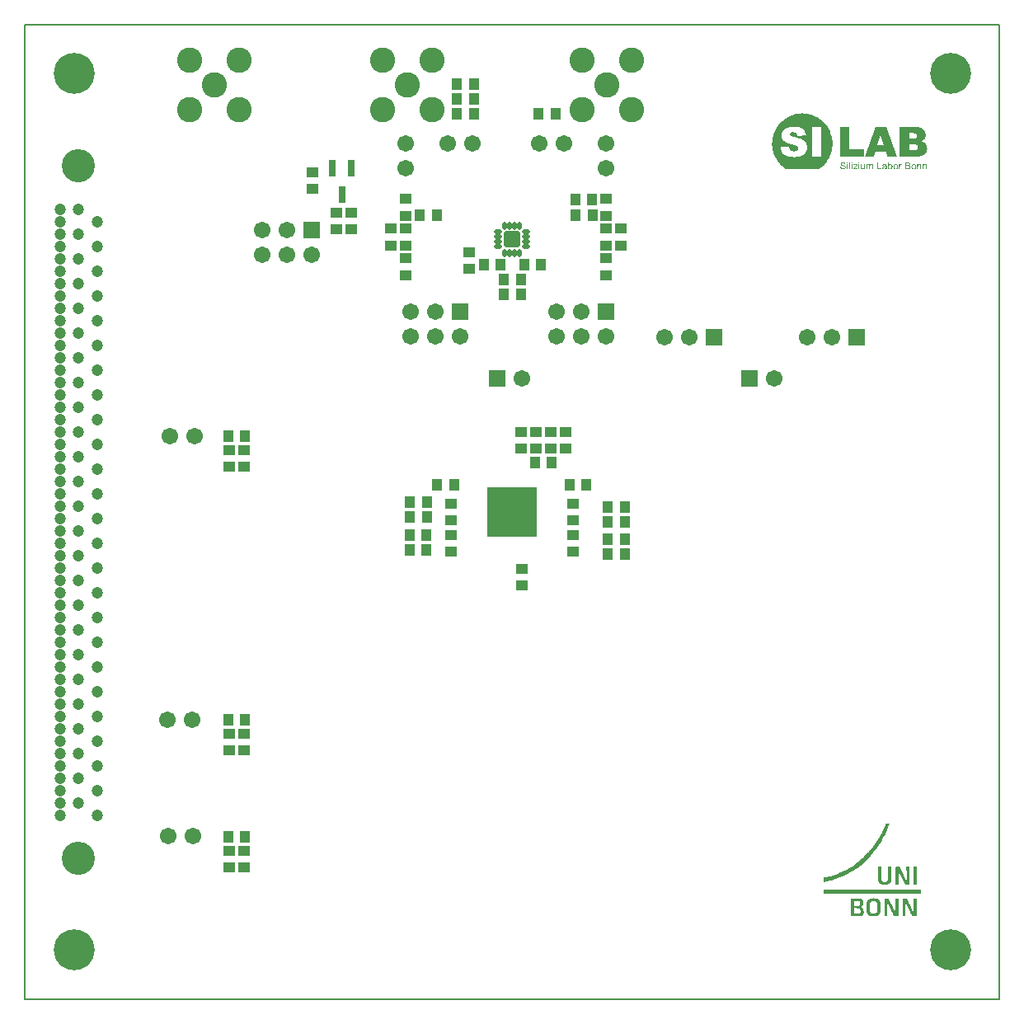
<source format=gts>
G04*
G04 #@! TF.GenerationSoftware,Altium Limited,Altium Designer,21.7.2 (23)*
G04*
G04 Layer_Color=8388736*
%FSLAX44Y44*%
%MOMM*%
G71*
G04*
G04 #@! TF.SameCoordinates,11932732-5254-49CD-BAFF-0E93D504D006*
G04*
G04*
G04 #@! TF.FilePolarity,Negative*
G04*
G01*
G75*
%ADD14C,0.1500*%
%ADD16R,1.1032X1.2032*%
%ADD17R,1.2032X1.1032*%
%ADD18R,5.1000X5.1000*%
%ADD19R,0.3532X1.2032*%
%ADD20R,1.2032X0.3532*%
%ADD21R,0.7532X1.6532*%
G04:AMPARAMS|DCode=22|XSize=0.4432mm|YSize=0.8032mm|CornerRadius=0.152mm|HoleSize=0mm|Usage=FLASHONLY|Rotation=90.000|XOffset=0mm|YOffset=0mm|HoleType=Round|Shape=RoundedRectangle|*
%AMROUNDEDRECTD22*
21,1,0.4432,0.4992,0,0,90.0*
21,1,0.1392,0.8032,0,0,90.0*
1,1,0.3040,0.2496,0.0696*
1,1,0.3040,0.2496,-0.0696*
1,1,0.3040,-0.2496,-0.0696*
1,1,0.3040,-0.2496,0.0696*
%
%ADD22ROUNDEDRECTD22*%
G04:AMPARAMS|DCode=23|XSize=0.4432mm|YSize=0.8032mm|CornerRadius=0.152mm|HoleSize=0mm|Usage=FLASHONLY|Rotation=0.000|XOffset=0mm|YOffset=0mm|HoleType=Round|Shape=RoundedRectangle|*
%AMROUNDEDRECTD23*
21,1,0.4432,0.4992,0,0,0.0*
21,1,0.1392,0.8032,0,0,0.0*
1,1,0.3040,0.0696,-0.2496*
1,1,0.3040,-0.0696,-0.2496*
1,1,0.3040,-0.0696,0.2496*
1,1,0.3040,0.0696,0.2496*
%
%ADD23ROUNDEDRECTD23*%
G04:AMPARAMS|DCode=24|XSize=1.6532mm|YSize=1.6532mm|CornerRadius=0.1524mm|HoleSize=0mm|Usage=FLASHONLY|Rotation=0.000|XOffset=0mm|YOffset=0mm|HoleType=Round|Shape=RoundedRectangle|*
%AMROUNDEDRECTD24*
21,1,1.6532,1.3485,0,0,0.0*
21,1,1.3485,1.6532,0,0,0.0*
1,1,0.3047,0.6743,-0.6743*
1,1,0.3047,-0.6743,-0.6743*
1,1,0.3047,-0.6743,0.6743*
1,1,0.3047,0.6743,0.6743*
%
%ADD24ROUNDEDRECTD24*%
%ADD25C,2.6032*%
%ADD26C,1.7032*%
%ADD27R,1.7032X1.7032*%
%ADD28C,3.4032*%
%ADD29C,1.2032*%
%ADD30C,4.2032*%
%ADD31C,0.7032*%
G36*
X908251Y126966D02*
Y118259D01*
X907955Y117921D01*
X907786Y117752D01*
X907659Y117667D01*
X907490Y117625D01*
X907279D01*
X907067Y117583D01*
X905208D01*
X904743Y117625D01*
X904362Y117667D01*
X904066Y117709D01*
X903897Y117752D01*
X903770Y117794D01*
X903686Y117836D01*
X903644Y117921D01*
X903517Y118132D01*
X903348Y118470D01*
X903136Y118893D01*
X902925Y119358D01*
X902629Y119865D01*
X902122Y121006D01*
X901573Y122147D01*
X901319Y122654D01*
X901108Y123119D01*
X900896Y123500D01*
X900770Y123796D01*
X900685Y123965D01*
X900643Y124049D01*
X900136Y125148D01*
X899671Y126120D01*
X899290Y127008D01*
X898910Y127811D01*
X898614Y128529D01*
X898318Y129121D01*
X898065Y129670D01*
X897853Y130135D01*
X897684Y130516D01*
X897557Y130854D01*
X897431Y131108D01*
X897346Y131319D01*
X897304Y131488D01*
X897262Y131572D01*
X897219Y131657D01*
X897135Y131868D01*
X897050Y132037D01*
X897008Y132164D01*
X896966Y132249D01*
X896881Y132333D01*
Y132249D01*
X896839Y132037D01*
Y131657D01*
Y131192D01*
Y130600D01*
Y130009D01*
Y129332D01*
Y128656D01*
Y127938D01*
Y127261D01*
Y126670D01*
Y126078D01*
Y125613D01*
Y125275D01*
Y125021D01*
Y124979D01*
Y124937D01*
X896881Y117583D01*
X893711D01*
Y126332D01*
Y127473D01*
Y128487D01*
Y129417D01*
Y130220D01*
Y130896D01*
Y131530D01*
Y132080D01*
Y132502D01*
Y132883D01*
Y133179D01*
Y133432D01*
Y133601D01*
Y133728D01*
Y133855D01*
Y133897D01*
X893754Y134320D01*
X893796Y134658D01*
X893838Y134911D01*
X893880Y135080D01*
X893923Y135250D01*
X893965Y135334D01*
X894007Y135376D01*
X894176Y135461D01*
X894472Y135545D01*
X894810Y135588D01*
X895191D01*
X895529Y135630D01*
X897473D01*
X897600Y135588D01*
X897769D01*
X897980Y135503D01*
X898149Y135419D01*
X898276Y135292D01*
X898318Y135250D01*
X898403Y135165D01*
X898487Y134996D01*
X898614Y134742D01*
X898783Y134446D01*
X898952Y134108D01*
X899121Y133770D01*
X899502Y132967D01*
X899840Y132206D01*
X900009Y131868D01*
X900178Y131530D01*
X900305Y131277D01*
X900389Y131065D01*
X900474Y130938D01*
Y130896D01*
X901192Y129375D01*
X901869Y127853D01*
X902503Y126458D01*
X902798Y125824D01*
X903094Y125190D01*
X903348Y124641D01*
X903559Y124134D01*
X903770Y123669D01*
X903940Y123288D01*
X904109Y122992D01*
X904193Y122781D01*
X904278Y122612D01*
Y122570D01*
X904489Y122105D01*
X904658Y121767D01*
X904785Y121513D01*
X904912Y121344D01*
X904954Y121217D01*
X904996Y121175D01*
X905038Y121133D01*
X905081Y121217D01*
Y121386D01*
Y121556D01*
Y121725D01*
Y121851D01*
Y121978D01*
Y122020D01*
Y122401D01*
X905123Y122823D01*
Y123246D01*
Y123669D01*
Y124049D01*
Y124345D01*
Y124514D01*
Y124599D01*
Y125233D01*
Y125867D01*
Y126501D01*
Y127092D01*
Y127599D01*
Y127980D01*
Y128149D01*
Y128276D01*
Y128318D01*
Y128360D01*
X905081Y135630D01*
X908251D01*
Y126966D01*
D02*
G37*
G36*
X889738Y128994D02*
Y128064D01*
Y127219D01*
X889696Y126458D01*
Y125782D01*
Y125190D01*
X889654Y124683D01*
Y124218D01*
Y123795D01*
X889612Y123500D01*
Y123204D01*
Y122992D01*
Y122823D01*
X889569Y122697D01*
Y122612D01*
Y122528D01*
X889442Y121640D01*
X889358Y121217D01*
X889231Y120879D01*
X889146Y120583D01*
X889062Y120372D01*
X889020Y120203D01*
X888978Y120161D01*
X888682Y119654D01*
X888344Y119189D01*
X888005Y118808D01*
X887667Y118512D01*
X887371Y118259D01*
X887118Y118090D01*
X886949Y118005D01*
X886864Y117963D01*
X886315Y117752D01*
X885639Y117583D01*
X885005Y117456D01*
X884370Y117371D01*
X883779Y117329D01*
X883314Y117287D01*
X882891D01*
X881835Y117329D01*
X880947Y117413D01*
X880186Y117583D01*
X879552Y117752D01*
X879045Y117921D01*
X878707Y118090D01*
X878496Y118174D01*
X878411Y118216D01*
X877904Y118639D01*
X877439Y119104D01*
X877101Y119611D01*
X876763Y120161D01*
X876551Y120626D01*
X876382Y121006D01*
X876298Y121302D01*
X876255Y121344D01*
Y121386D01*
X876213Y121598D01*
X876171Y121936D01*
X876129Y122359D01*
X876087Y122866D01*
Y123457D01*
X876044Y124091D01*
X876002Y125444D01*
Y126078D01*
Y126712D01*
X875960Y127304D01*
Y127853D01*
Y128276D01*
Y128614D01*
Y128825D01*
Y128910D01*
X875917Y135630D01*
X879214D01*
X879299Y129037D01*
Y128233D01*
Y127515D01*
Y126839D01*
Y126247D01*
Y125740D01*
Y125275D01*
Y124894D01*
X879341Y124514D01*
Y124218D01*
Y123965D01*
Y123795D01*
Y123626D01*
Y123415D01*
Y123373D01*
X879383Y122992D01*
Y122654D01*
X879425Y122401D01*
X879468Y122189D01*
X879510Y122020D01*
X879552Y121936D01*
X879594Y121851D01*
X879764Y121513D01*
X879975Y121217D01*
X880229Y120964D01*
X880524Y120752D01*
X881116Y120457D01*
X881708Y120245D01*
X882257Y120118D01*
X882764Y120076D01*
X883187D01*
X883652Y120118D01*
X884032Y120203D01*
X884413Y120288D01*
X884666Y120414D01*
X884878Y120499D01*
X885047Y120583D01*
X885131Y120668D01*
X885174D01*
X885427Y120879D01*
X885639Y121133D01*
X885934Y121640D01*
X886061Y121851D01*
X886146Y122020D01*
X886188Y122147D01*
Y122189D01*
X886230Y122359D01*
X886273Y122654D01*
Y123035D01*
X886315Y123500D01*
X886357Y124049D01*
Y124641D01*
X886399Y125909D01*
Y126543D01*
Y127135D01*
X886441Y127684D01*
Y128191D01*
Y128614D01*
Y128910D01*
Y129121D01*
Y129206D01*
X886484Y135630D01*
X889823D01*
X889738Y128994D01*
D02*
G37*
G36*
X915647Y126585D02*
Y117583D01*
X912350D01*
Y126585D01*
Y135630D01*
X915647D01*
Y126585D01*
D02*
G37*
G36*
X887329Y177980D02*
X886399Y175698D01*
X885385Y173458D01*
X884370Y171260D01*
X883272Y169146D01*
X882173Y167118D01*
X881116Y165174D01*
X880017Y163356D01*
X879003Y161665D01*
X878031Y160102D01*
X877566Y159383D01*
X877143Y158707D01*
X876720Y158073D01*
X876340Y157481D01*
X875960Y156974D01*
X875621Y156467D01*
X875326Y156044D01*
X875072Y155622D01*
X874818Y155326D01*
X874649Y155030D01*
X874480Y154818D01*
X874354Y154649D01*
X874311Y154565D01*
X874269Y154523D01*
X872705Y152452D01*
X871141Y150507D01*
X869535Y148605D01*
X867929Y146830D01*
X866408Y145182D01*
X864886Y143618D01*
X863449Y142181D01*
X862054Y140871D01*
X860786Y139687D01*
X859645Y138631D01*
X858631Y137743D01*
X857743Y136982D01*
X857363Y136644D01*
X857025Y136391D01*
X856729Y136137D01*
X856517Y135926D01*
X856306Y135799D01*
X856179Y135672D01*
X856095Y135630D01*
X856053Y135588D01*
X854615Y134489D01*
X853178Y133474D01*
X851699Y132460D01*
X850220Y131530D01*
X848741Y130643D01*
X847304Y129797D01*
X845824Y128994D01*
X844387Y128233D01*
X842908Y127515D01*
X841513Y126839D01*
X838724Y125655D01*
X836061Y124556D01*
X834751Y124091D01*
X833525Y123669D01*
X832342Y123246D01*
X831200Y122866D01*
X830101Y122528D01*
X829045Y122232D01*
X828073Y121936D01*
X827185Y121725D01*
X826340Y121471D01*
X825537Y121302D01*
X824861Y121133D01*
X824227Y121006D01*
X823719Y120879D01*
X823254Y120795D01*
X822916Y120710D01*
X822663Y120668D01*
X822494Y120626D01*
X822451D01*
X820042Y120245D01*
Y116357D01*
X820000Y112553D01*
X919831Y112553D01*
Y108073D01*
X820000Y108073D01*
Y124810D01*
X820634D01*
X821057Y124852D01*
X821479Y124937D01*
X821986Y125021D01*
X823085Y125233D01*
X824227Y125486D01*
X824776Y125571D01*
X825325Y125697D01*
X825790Y125824D01*
X826213Y125909D01*
X826551Y125993D01*
X826847Y126078D01*
X827016Y126120D01*
X827058D01*
X829679Y126839D01*
X832215Y127642D01*
X834666Y128572D01*
X837075Y129586D01*
X839358Y130643D01*
X841555Y131699D01*
X843584Y132798D01*
X845486Y133855D01*
X846374Y134404D01*
X847219Y134911D01*
X847980Y135376D01*
X848741Y135884D01*
X849459Y136306D01*
X850093Y136729D01*
X850685Y137151D01*
X851234Y137532D01*
X851741Y137870D01*
X852164Y138166D01*
X852544Y138419D01*
X852840Y138631D01*
X853094Y138800D01*
X853263Y138927D01*
X853348Y139011D01*
X853390Y139053D01*
X854658Y140068D01*
X855926Y141124D01*
X858335Y143280D01*
X859518Y144379D01*
X860617Y145435D01*
X861674Y146492D01*
X862688Y147507D01*
X863576Y148436D01*
X864379Y149282D01*
X865097Y150085D01*
X865731Y150719D01*
X866196Y151268D01*
X866577Y151691D01*
X866788Y151944D01*
X866873Y151987D01*
Y152029D01*
X868098Y153466D01*
X869282Y154945D01*
X870423Y156340D01*
X871479Y157735D01*
X872452Y159087D01*
X873382Y160355D01*
X874227Y161581D01*
X875030Y162722D01*
X875706Y163736D01*
X876298Y164666D01*
X876847Y165512D01*
X877270Y166230D01*
X877608Y166780D01*
X877862Y167202D01*
X877946Y167329D01*
X878031Y167456D01*
X878073Y167540D01*
X878622Y168512D01*
X879172Y169611D01*
X879721Y170668D01*
X880229Y171725D01*
X880482Y172190D01*
X880693Y172655D01*
X880905Y173035D01*
X881031Y173373D01*
X881201Y173669D01*
X881285Y173880D01*
X881370Y174007D01*
Y174049D01*
X881708Y174768D01*
X882004Y175444D01*
X882299Y176078D01*
X882553Y176628D01*
X882764Y177177D01*
X882976Y177642D01*
X883145Y178022D01*
X883272Y178403D01*
X883398Y178741D01*
X883525Y178994D01*
X883610Y179206D01*
X883652Y179417D01*
X883736Y179544D01*
Y179628D01*
X883779Y179713D01*
X883906Y180009D01*
X888090D01*
X887329Y177980D01*
D02*
G37*
G36*
X919831Y100000D02*
X919831Y180009D01*
X919831D01*
Y100000D01*
D02*
G37*
G36*
X896881Y94294D02*
Y85545D01*
X896501Y85249D01*
X896289Y85165D01*
X896036Y85080D01*
X895698Y85038D01*
X895360Y84996D01*
X895022Y84953D01*
X894049D01*
X893669Y84996D01*
X893373D01*
X893120Y85038D01*
X892908D01*
X892781Y85080D01*
X892697D01*
X892359Y85207D01*
X892147Y85376D01*
X892021Y85503D01*
X891978Y85545D01*
X891894Y85672D01*
X891767Y85926D01*
X891598Y86306D01*
X891387Y86729D01*
X891175Y87236D01*
X890879Y87828D01*
X890330Y89053D01*
X889781Y90237D01*
X889527Y90786D01*
X889316Y91251D01*
X889104Y91674D01*
X888978Y92012D01*
X888893Y92181D01*
X888851Y92265D01*
X888344Y93407D01*
X887879Y94379D01*
X887498Y95266D01*
X887160Y95985D01*
X886864Y96661D01*
X886611Y97211D01*
X886399Y97675D01*
X886230Y98056D01*
X886103Y98352D01*
X886019Y98605D01*
X885934Y98774D01*
X885892Y98901D01*
X885850Y98986D01*
X885808Y99028D01*
Y99070D01*
X885723Y99282D01*
X885639Y99451D01*
X885596Y99577D01*
X885512Y99662D01*
X885469Y99746D01*
X885427D01*
Y99662D01*
X885385Y99408D01*
Y99070D01*
Y98605D01*
Y98013D01*
Y97380D01*
Y96703D01*
Y96027D01*
Y95351D01*
X885427Y94675D01*
Y94041D01*
Y93491D01*
Y92984D01*
Y92646D01*
Y92392D01*
Y92350D01*
Y92308D01*
X885469Y84953D01*
X882257D01*
Y93702D01*
Y94844D01*
Y95858D01*
Y96788D01*
Y97591D01*
Y98267D01*
Y98901D01*
Y99451D01*
X882299Y99873D01*
Y100254D01*
Y100549D01*
Y100803D01*
Y100972D01*
Y101099D01*
Y101226D01*
Y101268D01*
X882342Y101691D01*
X882384Y102029D01*
X882426Y102282D01*
X882469Y102451D01*
X882511Y102578D01*
Y102663D01*
X882553Y102705D01*
X882722Y102789D01*
X883018Y102874D01*
X883356Y102916D01*
X883736D01*
X884117Y102959D01*
X886061D01*
X886188Y102916D01*
X886357D01*
X886568Y102874D01*
X886737Y102789D01*
X886822Y102705D01*
X886864Y102663D01*
X886907Y102578D01*
X887033Y102409D01*
X887160Y102156D01*
X887329Y101860D01*
X887498Y101479D01*
X887710Y101057D01*
X888132Y100211D01*
X888555Y99324D01*
X888724Y98943D01*
X888893Y98563D01*
X889020Y98267D01*
X889146Y98056D01*
X889189Y97887D01*
X889231Y97844D01*
X890034Y96154D01*
X890753Y94590D01*
X891091Y93871D01*
X891429Y93153D01*
X891725Y92519D01*
X891978Y91927D01*
X892232Y91420D01*
X892443Y90913D01*
X892612Y90533D01*
X892781Y90152D01*
X892908Y89899D01*
X892993Y89687D01*
X893077Y89560D01*
Y89518D01*
X893246Y89180D01*
X893331Y88969D01*
X893458Y88757D01*
X893542Y88631D01*
X893584Y88588D01*
X893627Y88546D01*
X893669Y88504D01*
Y88546D01*
Y88631D01*
Y88800D01*
Y88969D01*
Y89138D01*
Y89265D01*
Y89391D01*
Y89434D01*
Y89814D01*
X893711Y90237D01*
Y90659D01*
Y91082D01*
Y91462D01*
Y91758D01*
Y91927D01*
Y92012D01*
Y92646D01*
Y93280D01*
Y93914D01*
Y94506D01*
Y95013D01*
Y95393D01*
Y95562D01*
Y95689D01*
Y95731D01*
Y95773D01*
Y102959D01*
X896881D01*
Y94294D01*
D02*
G37*
G36*
X915647Y94379D02*
Y85714D01*
X915267Y85292D01*
X915055Y85165D01*
X914886Y85080D01*
X914760Y85038D01*
X914717D01*
X914548Y84996D01*
X914337D01*
X913787Y84953D01*
X912350D01*
X912097Y84996D01*
X911716D01*
X911632Y85038D01*
X911547D01*
X911294Y85122D01*
X911125Y85207D01*
X910998Y85292D01*
X910956Y85334D01*
X910871Y85461D01*
X910744Y85672D01*
X910575Y86052D01*
X910322Y86475D01*
X910068Y86982D01*
X909772Y87574D01*
X909180Y88800D01*
X908589Y90025D01*
X908335Y90575D01*
X908124Y91082D01*
X907913Y91505D01*
X907743Y91800D01*
X907659Y92012D01*
X907617Y92096D01*
X907067Y93237D01*
X906602Y94294D01*
X906180Y95182D01*
X905841Y95985D01*
X905546Y96661D01*
X905292Y97253D01*
X905081Y97760D01*
X904912Y98183D01*
X904743Y98521D01*
X904658Y98774D01*
X904574Y98986D01*
X904531Y99113D01*
X904489Y99239D01*
X904447Y99282D01*
Y99324D01*
X904362Y99535D01*
X904320Y99620D01*
X904278Y99662D01*
X904235Y99577D01*
Y99366D01*
X904193Y99028D01*
Y98563D01*
X904151Y98013D01*
Y97380D01*
Y96703D01*
Y96027D01*
X904109Y95309D01*
Y94675D01*
Y94041D01*
Y93491D01*
Y92984D01*
Y92646D01*
Y92392D01*
Y92350D01*
Y92308D01*
Y84953D01*
X900896D01*
Y93660D01*
Y94801D01*
Y95816D01*
Y96703D01*
Y97506D01*
Y98225D01*
Y98817D01*
Y99324D01*
X900939Y99789D01*
Y100127D01*
Y100465D01*
Y100676D01*
Y100845D01*
Y101014D01*
Y101099D01*
Y101141D01*
X900981Y101564D01*
X901023Y101860D01*
X901065Y102113D01*
X901108Y102325D01*
X901150Y102451D01*
X901192Y102536D01*
X901235Y102578D01*
X901404Y102747D01*
X901530Y102874D01*
X901657Y102916D01*
X901869D01*
X902080Y102959D01*
X904700D01*
X904827Y102916D01*
X904996D01*
X905250Y102874D01*
X905461Y102790D01*
X905588Y102705D01*
X905630Y102663D01*
X905715Y102536D01*
X905884Y102282D01*
X906053Y101902D01*
X906306Y101437D01*
X906560Y100888D01*
X906856Y100338D01*
X907448Y99070D01*
X907997Y97844D01*
X908251Y97253D01*
X908504Y96788D01*
X908673Y96323D01*
X908842Y96027D01*
X908927Y95816D01*
X908969Y95731D01*
X909519Y94548D01*
X909984Y93533D01*
X910364Y92646D01*
X910702Y91843D01*
X910998Y91166D01*
X911251Y90617D01*
X911463Y90152D01*
X911632Y89772D01*
X911759Y89476D01*
X911885Y89265D01*
X911928Y89053D01*
X912012Y88969D01*
Y88884D01*
X912055Y88842D01*
Y88800D01*
X912139Y88588D01*
X912266Y88504D01*
X912308Y88462D01*
X912350D01*
Y88504D01*
X912393Y88546D01*
Y88757D01*
X912435Y89138D01*
Y89603D01*
Y90152D01*
X912477Y90786D01*
Y91420D01*
Y92139D01*
Y92815D01*
Y93449D01*
Y94083D01*
Y94632D01*
Y95097D01*
Y95478D01*
Y95689D01*
Y95773D01*
Y102959D01*
X915647D01*
Y94379D01*
D02*
G37*
G36*
X853686Y103170D02*
X854827D01*
X855292Y103128D01*
X856010D01*
X856602Y103085D01*
X857067Y103043D01*
X857405Y103001D01*
X857616Y102959D01*
X857743Y102916D01*
X857785D01*
X858377Y102705D01*
X858884Y102494D01*
X859307Y102198D01*
X859603Y101902D01*
X859856Y101648D01*
X860025Y101437D01*
X860110Y101268D01*
X860152Y101226D01*
X860321Y100888D01*
X860406Y100592D01*
X860448Y100380D01*
Y100296D01*
X860490Y100127D01*
Y99873D01*
X860533Y99282D01*
Y99028D01*
Y98774D01*
Y98605D01*
Y98563D01*
Y98098D01*
Y97718D01*
X860490Y97380D01*
Y97168D01*
Y96999D01*
X860448Y96872D01*
Y96788D01*
X860364Y96492D01*
X860279Y96238D01*
X860152Y96027D01*
X860110Y95985D01*
Y95942D01*
X859856Y95562D01*
X859518Y95224D01*
X859222Y95013D01*
X858927Y94844D01*
X858673Y94717D01*
X858462Y94632D01*
X858293Y94590D01*
X858250D01*
X858124Y94548D01*
X858039Y94506D01*
X857954Y94463D01*
X857828Y94421D01*
X857785D01*
Y94379D01*
X857912Y94294D01*
X858124Y94252D01*
X858293Y94210D01*
X858377Y94167D01*
X858800Y94041D01*
X859138Y93914D01*
X859434Y93745D01*
X859476Y93702D01*
X859518D01*
X859814Y93491D01*
X860068Y93195D01*
X860490Y92604D01*
X860786Y91885D01*
X860998Y91209D01*
X861124Y90575D01*
X861167Y90279D01*
Y90025D01*
X861209Y89814D01*
Y89645D01*
Y89560D01*
Y89518D01*
X861167Y88673D01*
X861040Y87954D01*
X860871Y87363D01*
X860659Y86855D01*
X860448Y86517D01*
X860279Y86264D01*
X860152Y86095D01*
X860110Y86052D01*
X859814Y85799D01*
X859518Y85545D01*
X859222Y85376D01*
X858969Y85249D01*
X858758Y85165D01*
X858588Y85122D01*
X858462Y85080D01*
X858419D01*
X858250Y85038D01*
X857997D01*
X857447Y84996D01*
X856771Y84953D01*
X856095Y84911D01*
X855419D01*
X855123Y84869D01*
X849966D01*
X849628Y84911D01*
X849375D01*
X848064Y84996D01*
Y94041D01*
Y94844D01*
Y95604D01*
Y96323D01*
Y96999D01*
Y97591D01*
Y98183D01*
Y98690D01*
Y99197D01*
Y100042D01*
Y100803D01*
Y101353D01*
Y101860D01*
Y102198D01*
Y102494D01*
Y102705D01*
Y102832D01*
Y102916D01*
Y102959D01*
X848149Y103001D01*
X848360D01*
X848614Y103043D01*
X848910Y103085D01*
X849248Y103128D01*
X849501D01*
X849670Y103170D01*
X849755D01*
X850516Y103212D01*
X853432D01*
X853686Y103170D01*
D02*
G37*
G36*
X872705Y103297D02*
X873255Y103254D01*
X873677Y103170D01*
X873804D01*
X873931Y103128D01*
X874015D01*
X874649Y102959D01*
X875199Y102747D01*
X875706Y102494D01*
X876087Y102240D01*
X876425Y101987D01*
X876636Y101817D01*
X876805Y101648D01*
X876847Y101606D01*
X877228Y101141D01*
X877566Y100592D01*
X877819Y100042D01*
X878073Y99535D01*
X878242Y99070D01*
X878369Y98690D01*
X878411Y98436D01*
X878453Y98394D01*
Y98352D01*
X878496Y98140D01*
X878538Y97887D01*
X878622Y97253D01*
X878665Y96619D01*
Y95942D01*
X878707Y95309D01*
Y94801D01*
Y94590D01*
Y94421D01*
Y94336D01*
Y94294D01*
Y93745D01*
Y93237D01*
Y92392D01*
X878665Y91674D01*
X878622Y91082D01*
Y90659D01*
X878580Y90363D01*
X878538Y90152D01*
Y90110D01*
X878369Y89391D01*
X878200Y88715D01*
X877988Y88166D01*
X877777Y87701D01*
X877566Y87320D01*
X877397Y87067D01*
X877312Y86898D01*
X877270Y86855D01*
X876889Y86433D01*
X876509Y86095D01*
X876087Y85799D01*
X875706Y85545D01*
X875326Y85376D01*
X875030Y85249D01*
X874861Y85165D01*
X874776Y85122D01*
X874438Y85038D01*
X874015Y84953D01*
X873128Y84827D01*
X872705Y84784D01*
X872367Y84742D01*
X872071D01*
X871395Y84700D01*
X870296D01*
X869873Y84742D01*
X869535Y84784D01*
X869282D01*
X869113Y84827D01*
X869070D01*
X868352Y84996D01*
X867718Y85207D01*
X867168Y85461D01*
X866746Y85714D01*
X866365Y85926D01*
X866112Y86137D01*
X865943Y86264D01*
X865900Y86306D01*
X865520Y86771D01*
X865182Y87320D01*
X864886Y87870D01*
X864675Y88419D01*
X864506Y88926D01*
X864379Y89307D01*
X864337Y89476D01*
Y89603D01*
X864294Y89645D01*
Y89687D01*
X864252Y89941D01*
X864210Y90194D01*
X864125Y90871D01*
X864083Y91589D01*
X864041Y92308D01*
X863998Y92984D01*
Y93280D01*
Y93533D01*
Y93745D01*
Y93914D01*
Y93998D01*
Y94041D01*
Y94590D01*
Y95140D01*
Y95604D01*
X864041Y96027D01*
X864083Y96788D01*
X864125Y97380D01*
Y97844D01*
X864168Y98140D01*
X864210Y98352D01*
Y98394D01*
X864463Y99197D01*
X864717Y99916D01*
X865013Y100507D01*
X865309Y101014D01*
X865605Y101395D01*
X865816Y101648D01*
X865985Y101817D01*
X866027Y101860D01*
X866577Y102240D01*
X867168Y102578D01*
X867760Y102789D01*
X868352Y103001D01*
X868901Y103128D01*
X869324Y103212D01*
X869493D01*
X869620Y103254D01*
X869704D01*
X870550Y103339D01*
X872071D01*
X872705Y103297D01*
D02*
G37*
G36*
X820000Y79924D02*
X919831Y79924D01*
Y79924D01*
X820000D01*
Y100000D01*
Y79924D01*
D02*
G37*
G36*
X917356Y895096D02*
X918328Y894957D01*
X919370Y894679D01*
X920481Y894332D01*
X921523Y893776D01*
X922495Y893012D01*
X922564Y892943D01*
X922842Y892596D01*
X923259Y892179D01*
X923675Y891554D01*
X924092Y890790D01*
X924509Y889818D01*
X924786Y888846D01*
X924856Y887665D01*
Y887526D01*
Y887248D01*
X924786Y886693D01*
X924648Y886068D01*
X924439Y885374D01*
X924161Y884610D01*
X923814Y883846D01*
X923259Y883082D01*
X923189Y883012D01*
X922981Y882874D01*
X922703Y882596D01*
X922356Y882318D01*
X921870Y881971D01*
X921314Y881624D01*
X920689Y881346D01*
X919995Y881068D01*
X920134D01*
X920481Y880929D01*
X921037Y880721D01*
X921731Y880443D01*
X922495Y880096D01*
X923328Y879610D01*
X924092Y879054D01*
X924786Y878360D01*
X924856Y878290D01*
X924995Y878012D01*
X925273Y877526D01*
X925550Y876971D01*
X925828Y876276D01*
X926106Y875443D01*
X926245Y874540D01*
X926314Y873568D01*
Y873499D01*
Y873151D01*
X926245Y872735D01*
X926175Y872179D01*
X926036Y871485D01*
X925828Y870790D01*
X925550Y870026D01*
X925203Y869332D01*
X925134Y869262D01*
X924995Y869054D01*
X924786Y868707D01*
X924439Y868290D01*
X924023Y867804D01*
X923467Y867318D01*
X922911Y866763D01*
X922217Y866276D01*
X922148D01*
X922009Y866207D01*
X921662Y866068D01*
X921314Y865929D01*
X920759Y865790D01*
X920203Y865582D01*
X919439Y865443D01*
X918675Y865304D01*
X918537D01*
X918259Y865235D01*
X917773Y865165D01*
X917148D01*
X916453Y865096D01*
X915759Y865026D01*
X915064Y864957D01*
X898328D01*
Y895235D01*
X916523D01*
X917356Y895096D01*
D02*
G37*
G36*
X895273Y864957D02*
X885551D01*
X884023Y869887D01*
X873398D01*
X871940Y864957D01*
X862357D01*
X873676Y895235D01*
X883954D01*
X895273Y864957D01*
D02*
G37*
G36*
X846524Y872318D02*
X861107D01*
Y864957D01*
X837218Y864957D01*
Y895234D01*
X846524Y895235D01*
Y872318D01*
D02*
G37*
G36*
X856801Y858221D02*
X855829D01*
Y859193D01*
X856801D01*
Y858221D01*
D02*
G37*
G36*
X849440D02*
X848537D01*
Y859193D01*
X849440D01*
Y858221D01*
D02*
G37*
G36*
X844926D02*
X844024D01*
Y859193D01*
X844926D01*
Y858221D01*
D02*
G37*
G36*
X840829Y859263D02*
X841315Y859124D01*
X841385Y859054D01*
X841662Y858915D01*
X841940Y858638D01*
X842218Y858290D01*
X842287Y858221D01*
X842426Y858013D01*
X842496Y857665D01*
X842565Y857179D01*
X841732Y857110D01*
Y857179D01*
X841662Y857249D01*
X841593Y857527D01*
X841385Y857874D01*
X841107Y858152D01*
X841037Y858221D01*
X840829Y858360D01*
X840482Y858499D01*
X839926Y858568D01*
X839787D01*
X839440Y858499D01*
X839024Y858429D01*
X838607Y858221D01*
X838538Y858151D01*
X838468Y857943D01*
X838329Y857735D01*
X838260Y857457D01*
Y857388D01*
X838329Y857179D01*
X838399Y856971D01*
X838538Y856763D01*
X838607D01*
X838815Y856624D01*
X838954Y856554D01*
X839232Y856485D01*
X839510Y856346D01*
X839926Y856277D01*
X840135D01*
X840551Y856138D01*
X841107Y855999D01*
X841593Y855790D01*
X841662D01*
X841732Y855721D01*
X842010Y855443D01*
X842357Y855235D01*
X842426Y855165D01*
X842496Y855096D01*
X842565Y855027D01*
X842704Y854818D01*
X842774Y854471D01*
X842843Y854054D01*
Y853985D01*
X842774Y853777D01*
X842704Y853429D01*
X842496Y852943D01*
X842426Y852874D01*
X842218Y852665D01*
X841940Y852388D01*
X841524Y852179D01*
X841454Y852110D01*
X841107Y852040D01*
X840690Y851971D01*
X840065Y851902D01*
X839926D01*
X839510Y851971D01*
X838954Y852040D01*
X838468Y852179D01*
X838329Y852249D01*
X838051Y852388D01*
X837704Y852596D01*
X837426Y853013D01*
X837357Y853152D01*
X837218Y853429D01*
X837079Y853846D01*
X837010Y854402D01*
X837913D01*
Y854263D01*
X837982Y854054D01*
X838121Y853707D01*
X838260Y853499D01*
X838329Y853429D01*
X838468Y853290D01*
X838676Y853082D01*
X838954Y852943D01*
X839093D01*
X839301Y852874D01*
X839718Y852804D01*
X840065Y852735D01*
X840343D01*
X840621Y852804D01*
X841037Y852943D01*
X841107D01*
X841246Y853013D01*
X841454Y853152D01*
X841732Y853290D01*
X841801Y853360D01*
X841871Y853499D01*
X841940Y853707D01*
Y853985D01*
Y854054D01*
Y854193D01*
X841871Y854332D01*
X841732Y854540D01*
X841662Y854610D01*
X841524Y854679D01*
X841037Y855027D01*
X840899Y855096D01*
X840760D01*
X840482Y855165D01*
X840204Y855235D01*
X839787Y855304D01*
X839718D01*
X839649Y855374D01*
X839301Y855443D01*
X838815Y855582D01*
X838329Y855790D01*
X838260Y855860D01*
X838051Y855929D01*
X837774Y856207D01*
X837565Y856485D01*
Y856554D01*
X837496Y856693D01*
X837426Y856902D01*
X837357Y857318D01*
Y857457D01*
X837426Y857665D01*
X837496Y858082D01*
X837704Y858429D01*
X837774Y858499D01*
X837843Y858638D01*
X838121Y858846D01*
X838538Y859124D01*
X838607Y859193D01*
X838885Y859263D01*
X839301Y859332D01*
X840343Y859332D01*
X840829Y859263D01*
D02*
G37*
G36*
X924856Y857249D02*
X925064Y857179D01*
X925134D01*
X925273Y857040D01*
X925481Y856902D01*
X925759Y856693D01*
Y856624D01*
X925828Y856554D01*
X925967Y856138D01*
Y855999D01*
Y855721D01*
Y855582D01*
Y855235D01*
Y851971D01*
X925064D01*
Y855165D01*
Y855235D01*
Y855513D01*
Y855790D01*
X924995Y855999D01*
Y856068D01*
X924925Y856138D01*
X924717Y856485D01*
X924648D01*
X924439Y856554D01*
X924231Y856624D01*
X923953D01*
X923675Y856554D01*
X923398Y856485D01*
X923050Y856207D01*
X922981Y856138D01*
X922911Y855929D01*
X922773Y855513D01*
X922703Y855165D01*
Y854818D01*
Y851971D01*
X921800D01*
Y857249D01*
X922495D01*
Y856554D01*
X922564Y856624D01*
X922911Y856902D01*
X923467Y857179D01*
X923814Y857318D01*
X924578D01*
X924856Y857249D01*
D02*
G37*
G36*
X919231D02*
X919439Y857179D01*
X919509D01*
X919648Y857040D01*
X919856Y856902D01*
X919995Y856693D01*
X920064Y856624D01*
X920134Y856554D01*
X920342Y856138D01*
Y855999D01*
Y855721D01*
Y855582D01*
Y855235D01*
Y851971D01*
X919439D01*
Y855165D01*
Y855235D01*
Y855513D01*
Y855790D01*
X919370Y855999D01*
Y856068D01*
X919300Y856138D01*
X919023Y856485D01*
X918953D01*
X918745Y856554D01*
X918537Y856624D01*
X918328D01*
X918050Y856554D01*
X917773Y856485D01*
X917425Y856207D01*
X917356Y856138D01*
X917217Y855860D01*
X917009Y855443D01*
X916939Y854818D01*
Y851971D01*
X916037D01*
Y857249D01*
X916870D01*
Y856554D01*
X916939Y856624D01*
X917287Y856902D01*
X917773Y857179D01*
X918120Y857318D01*
X918884D01*
X919231Y857249D01*
D02*
G37*
G36*
X899995D02*
X900342Y857110D01*
X900064Y856207D01*
X899995Y856277D01*
X899856Y856346D01*
X899648Y856415D01*
X899370Y856485D01*
X899231D01*
X899023Y856415D01*
X898884Y856277D01*
X898814Y856207D01*
X898745Y856138D01*
X898676Y855929D01*
X898606Y855790D01*
X898537Y855721D01*
X898467Y855513D01*
X898398Y855165D01*
X898328Y854749D01*
Y851971D01*
X897426D01*
Y857249D01*
X898328D01*
Y856485D01*
X898398Y856554D01*
X898537Y856763D01*
X898676Y857040D01*
X898884Y857179D01*
X898953D01*
X899023Y857249D01*
X899439Y857318D01*
X899717D01*
X899995Y857249D01*
D02*
G37*
G36*
X869648D02*
X870065Y857179D01*
X870481Y856971D01*
X870551Y856902D01*
X870690Y856624D01*
X870829Y856138D01*
X870898Y855582D01*
Y851971D01*
X869926D01*
Y855304D01*
Y855374D01*
Y855652D01*
X869856Y855860D01*
X869787Y856068D01*
Y856138D01*
Y856207D01*
X869648Y856346D01*
X869509Y856485D01*
X869370Y856554D01*
X869231Y856624D01*
X868954D01*
X868676Y856554D01*
X868398Y856485D01*
X868051Y856207D01*
X867982Y856138D01*
X867912Y855929D01*
X867773Y855582D01*
X867704Y855027D01*
Y851971D01*
X866870D01*
Y855443D01*
Y855513D01*
Y855790D01*
X866732Y856068D01*
X866593Y856277D01*
Y856346D01*
X866454Y856485D01*
X866245Y856554D01*
X865898Y856624D01*
X865690D01*
X865412Y856554D01*
X865204Y856415D01*
X865134Y856346D01*
X864995Y856277D01*
X864857Y856068D01*
X864718Y855790D01*
Y855721D01*
X864648Y855443D01*
X864579Y855096D01*
Y854679D01*
Y851971D01*
X863676D01*
Y857249D01*
X864509D01*
Y856485D01*
X864579Y856554D01*
X864648Y856763D01*
X864857Y856971D01*
X865134Y857110D01*
X865204Y857179D01*
X865412Y857249D01*
X865759Y857318D01*
X866384D01*
X866732Y857249D01*
X867079Y857110D01*
X867148Y857040D01*
X867287Y856902D01*
X867426Y856763D01*
X867565Y856485D01*
Y856554D01*
X867634Y856624D01*
X867982Y856902D01*
X868468Y857179D01*
X868815Y857318D01*
X869370D01*
X869648Y857249D01*
D02*
G37*
G36*
X862357Y851971D02*
X861523D01*
Y852735D01*
X861384Y852596D01*
X861107Y852318D01*
X860551Y852040D01*
X860204Y851971D01*
X859857Y851902D01*
X859648D01*
X859370Y851971D01*
X858954Y852040D01*
X858884D01*
X858815Y852179D01*
X858607Y852318D01*
X858398Y852527D01*
X858329Y852596D01*
X858259Y852804D01*
X858190Y853013D01*
X858121Y853152D01*
Y853221D01*
Y853290D01*
X858051Y853568D01*
Y853985D01*
Y857249D01*
X858954D01*
Y854402D01*
Y854263D01*
Y853985D01*
Y853638D01*
X859023Y853429D01*
Y853360D01*
X859093Y853221D01*
X859162Y853082D01*
X859370Y852804D01*
X859440D01*
X859579Y852735D01*
X859995Y852665D01*
X860204D01*
X860482Y852735D01*
X860829Y852804D01*
X860898Y852874D01*
X860968Y853013D01*
X861245Y853429D01*
X861315Y853499D01*
X861384Y853777D01*
X861454Y854054D01*
Y854471D01*
Y857249D01*
X862357D01*
Y851971D01*
D02*
G37*
G36*
X799371Y909332D02*
X800274Y909262D01*
X801385Y909123D01*
X802705Y908915D01*
X804163Y908637D01*
X805691Y908290D01*
X807427Y907804D01*
X809163Y907179D01*
X810968Y906415D01*
X812843Y905512D01*
X814718Y904470D01*
X816593Y903290D01*
X818399Y901832D01*
X820135Y900234D01*
X820274Y900165D01*
X820552Y899818D01*
X820968Y899332D01*
X821593Y898637D01*
X822288Y897734D01*
X823052Y896693D01*
X823885Y895443D01*
X824718Y894054D01*
X825552Y892526D01*
X826385Y890860D01*
X827149Y889054D01*
X827843Y887110D01*
X828468Y885096D01*
X828885Y882943D01*
X829232Y880651D01*
X829302Y878290D01*
Y878221D01*
Y878082D01*
Y877874D01*
Y877526D01*
X829232Y877110D01*
Y876624D01*
X829163Y876068D01*
X829093Y875512D01*
X828885Y874054D01*
X828538Y872387D01*
X828121Y870582D01*
X827496Y868637D01*
X826732Y866554D01*
X825760Y864401D01*
X824579Y862179D01*
X823190Y860026D01*
X821524Y857874D01*
X820621Y856832D01*
X819649Y855790D01*
X818538Y854818D01*
X817427Y853846D01*
X816177Y852943D01*
X814857Y852040D01*
X781385D01*
X781316Y852179D01*
X781108Y852249D01*
X780830Y852457D01*
X780135Y853013D01*
X779233Y853777D01*
X778121Y854679D01*
X776871Y855860D01*
X775552Y857179D01*
X774233Y858776D01*
X772913Y860513D01*
X771594Y862457D01*
X770344Y864610D01*
X769302Y866971D01*
X768330Y869540D01*
X767635Y872249D01*
X767358Y873707D01*
X767149Y875165D01*
X767080Y876693D01*
X767011Y878290D01*
Y878360D01*
Y878429D01*
Y878846D01*
X767080Y879540D01*
X767149Y880443D01*
X767288Y881554D01*
X767497Y882804D01*
X767774Y884262D01*
X768122Y885860D01*
X768608Y887526D01*
X769233Y889262D01*
X769997Y891137D01*
X770830Y892943D01*
X771872Y894818D01*
X773122Y896693D01*
X774510Y898498D01*
X776108Y900234D01*
X776247Y900373D01*
X776524Y900651D01*
X777010Y901068D01*
X777705Y901693D01*
X778608Y902387D01*
X779649Y903151D01*
X780899Y903984D01*
X782288Y904818D01*
X783816Y905651D01*
X785483Y906484D01*
X787288Y907248D01*
X789232Y907943D01*
X791316Y908568D01*
X793469Y908984D01*
X795760Y909332D01*
X798121Y909401D01*
X798677D01*
X799371Y909332D01*
D02*
G37*
G36*
X907426Y859124D02*
X907842Y859054D01*
X907912Y858985D01*
X908120Y858846D01*
X908398Y858638D01*
X908676Y858290D01*
X908745Y858221D01*
X908814Y858013D01*
X908884Y857735D01*
Y857318D01*
Y857249D01*
Y857110D01*
X908814Y856832D01*
X908676Y856485D01*
X908606Y856415D01*
X908467Y856277D01*
X908189Y856068D01*
X907842Y855790D01*
X907981D01*
X908189Y855652D01*
X908537Y855443D01*
X908884Y855165D01*
X908953Y855096D01*
X909092Y854888D01*
X909231Y854540D01*
X909301Y854124D01*
Y854054D01*
Y853777D01*
X909162Y853429D01*
X909023Y853152D01*
X908953Y853082D01*
X908884Y852874D01*
X908676Y852665D01*
X908467Y852527D01*
X908398Y852457D01*
X908328Y852388D01*
X908120Y852249D01*
X907773Y852110D01*
X907703D01*
X907426Y852040D01*
X907009Y851971D01*
X903814D01*
Y859193D01*
X907009D01*
X907426Y859124D01*
D02*
G37*
G36*
X883606Y857249D02*
X883954Y857179D01*
X884023D01*
X884162Y857110D01*
X884579Y856763D01*
Y856693D01*
X884648Y856624D01*
X884787Y856207D01*
Y856138D01*
Y855860D01*
X884856Y855721D01*
Y855443D01*
Y854193D01*
Y854124D01*
Y853985D01*
Y853777D01*
Y853499D01*
X884926Y852943D01*
Y852735D01*
X884995Y852596D01*
Y852457D01*
X885065Y852249D01*
X885134Y851971D01*
X884231D01*
Y852040D01*
X884162Y852110D01*
X884092Y852388D01*
Y852665D01*
X883954Y852596D01*
X883676Y852388D01*
X883467Y852249D01*
X883120Y852040D01*
X883051D01*
X882773Y851971D01*
X882426Y851902D01*
X881940D01*
X881592Y851971D01*
X881176Y852040D01*
X880759Y852249D01*
X880690Y852318D01*
X880551Y852596D01*
X880342Y852943D01*
X880273Y853429D01*
Y853499D01*
Y853638D01*
X880342Y853846D01*
X880481Y854054D01*
Y854124D01*
X880620Y854193D01*
X880759Y854402D01*
X880967Y854610D01*
X881037Y854679D01*
X881315Y854818D01*
X881523Y854888D01*
X881592Y854957D01*
X881940D01*
X882009Y855027D01*
X882426D01*
X882565Y855096D01*
X882773D01*
X883051Y855165D01*
X883467Y855235D01*
X884023Y855304D01*
Y855374D01*
Y855443D01*
Y855513D01*
Y855582D01*
Y855652D01*
Y855721D01*
X883884Y855999D01*
X883745Y856277D01*
X883676Y856346D01*
X883467Y856485D01*
X883120Y856554D01*
X882704Y856624D01*
X882426D01*
X882079Y856554D01*
X881731Y856485D01*
X881662Y856415D01*
X881592Y856207D01*
X881315Y855652D01*
X880481Y855721D01*
Y855790D01*
X880551Y856068D01*
X880690Y856346D01*
X880829Y856624D01*
X880898Y856693D01*
X881037Y856832D01*
X881315Y857040D01*
X881662Y857179D01*
X881731D01*
X881940Y857249D01*
X882287Y857318D01*
X883259D01*
X883606Y857249D01*
D02*
G37*
G36*
X876037Y852804D02*
X879579D01*
Y851971D01*
X875065D01*
Y859193D01*
X876037D01*
Y852804D01*
D02*
G37*
G36*
X856801Y851971D02*
X855829D01*
Y857249D01*
X856801D01*
Y851971D01*
D02*
G37*
G36*
X854787Y856693D02*
X851940Y853290D01*
X851385Y852735D01*
X854926D01*
Y851971D01*
X850343D01*
Y852735D01*
X853607Y856554D01*
X850482D01*
Y857249D01*
X854787D01*
Y856693D01*
D02*
G37*
G36*
X849440Y851971D02*
X848537D01*
Y857249D01*
X849440D01*
Y851971D01*
D02*
G37*
G36*
X847079D02*
X846246D01*
Y859193D01*
X847079D01*
Y851971D01*
D02*
G37*
G36*
X844926D02*
X844024D01*
Y857249D01*
X844926D01*
Y851971D01*
D02*
G37*
G36*
X913259Y857249D02*
X913814Y857040D01*
X914370Y856624D01*
X914439Y856485D01*
X914717Y856138D01*
X914925Y855513D01*
X914995Y854679D01*
Y854610D01*
Y854540D01*
Y854124D01*
X914925Y853568D01*
X914787Y853082D01*
X914717Y853013D01*
X914509Y852735D01*
X914231Y852457D01*
X913884Y852179D01*
X913814Y852110D01*
X913537Y852040D01*
X913120Y851971D01*
X912634Y851902D01*
X912426D01*
X912217Y851971D01*
X911939D01*
X911314Y852179D01*
X910828Y852596D01*
X910689Y852735D01*
X910481Y853082D01*
X910273Y853707D01*
X910134Y854610D01*
Y854679D01*
Y854818D01*
X910203Y855096D01*
Y855374D01*
X910481Y856138D01*
X910620Y856485D01*
X910898Y856763D01*
X911037Y856832D01*
X911384Y857040D01*
X911870Y857249D01*
X912634Y857318D01*
X912842D01*
X913259Y857249D01*
D02*
G37*
G36*
X894648D02*
X895203Y857040D01*
X895759Y856624D01*
X895898Y856485D01*
X896106Y856138D01*
X896314Y855513D01*
X896453Y854679D01*
Y854540D01*
Y854193D01*
X896314Y853707D01*
X896176Y853082D01*
X896106Y853013D01*
X895967Y852735D01*
X895620Y852457D01*
X895273Y852179D01*
X895203Y852110D01*
X894926Y852040D01*
X894509Y851971D01*
X894023Y851902D01*
X893815D01*
X893398Y851971D01*
X892773Y852179D01*
X892217Y852596D01*
X892148Y852735D01*
X891940Y853082D01*
X891662Y853707D01*
X891592Y854124D01*
Y854610D01*
Y854679D01*
Y854818D01*
X891662Y855096D01*
Y855443D01*
X891940Y856138D01*
X892078Y856485D01*
X892356Y856763D01*
X892495Y856832D01*
X892773Y857040D01*
X893328Y857249D01*
X894023Y857318D01*
X894231D01*
X894648Y857249D01*
D02*
G37*
G36*
X887148Y856693D02*
X887217Y856763D01*
X887495Y857040D01*
X887981Y857249D01*
X888606Y857318D01*
X888953D01*
X889231Y857249D01*
X889509Y857179D01*
X889578Y857110D01*
X889787Y856971D01*
X889995Y856832D01*
X890203Y856624D01*
X890273Y856554D01*
X890412Y856346D01*
X890551Y856068D01*
X890620Y855790D01*
Y855721D01*
X890690Y855513D01*
X890759Y855165D01*
Y854679D01*
Y854610D01*
Y854471D01*
Y854193D01*
X890690Y853915D01*
X890481Y853221D01*
X890134Y852596D01*
X889995Y852457D01*
X889648Y852249D01*
X889162Y852040D01*
X888537Y851902D01*
X888398D01*
X887981Y851971D01*
X887495Y852249D01*
X887287Y852388D01*
X887078Y852665D01*
Y851971D01*
X886245D01*
Y859193D01*
X887148D01*
Y856693D01*
D02*
G37*
%LPC*%
G36*
X851319Y100549D02*
Y98056D01*
Y95520D01*
X853686Y95562D01*
X854362Y95604D01*
X854954D01*
X855419Y95647D01*
X855757Y95689D01*
X856010Y95731D01*
X856179D01*
X856264Y95773D01*
X856306D01*
X856517Y95858D01*
X856729Y95985D01*
X857025Y96238D01*
X857194Y96492D01*
X857236Y96534D01*
Y96576D01*
X857320Y96788D01*
X857405Y97041D01*
X857490Y97591D01*
X857532Y97802D01*
Y98013D01*
Y98140D01*
Y98183D01*
Y98563D01*
X857490Y98859D01*
X857447Y99112D01*
X857405Y99282D01*
X857320Y99451D01*
X857278Y99535D01*
X857236Y99620D01*
X856898Y99958D01*
X856602Y100169D01*
X856348Y100254D01*
X856306Y100296D01*
X856264D01*
X856010Y100338D01*
X855672Y100423D01*
X855249D01*
X854827Y100465D01*
X854446Y100507D01*
X853770D01*
X851319Y100549D01*
D02*
G37*
G36*
X853897Y93195D02*
X851319D01*
Y90321D01*
Y87405D01*
X853939Y87447D01*
X854700Y87489D01*
X855292Y87532D01*
X855799Y87574D01*
X856179Y87616D01*
X856433Y87658D01*
X856602D01*
X856687Y87701D01*
X856729D01*
X856940Y87785D01*
X857151Y87912D01*
X857447Y88208D01*
X857616Y88462D01*
X857659Y88546D01*
Y88588D01*
X857743Y88800D01*
X857828Y89095D01*
X857870Y89603D01*
X857912Y89856D01*
Y90068D01*
Y90194D01*
Y90237D01*
Y90617D01*
X857870Y90955D01*
X857828Y91209D01*
X857785Y91462D01*
X857701Y91631D01*
X857659Y91758D01*
X857616Y91800D01*
Y91843D01*
X857447Y92139D01*
X857236Y92350D01*
X857025Y92561D01*
X856813Y92688D01*
X856602Y92815D01*
X856475Y92899D01*
X856348Y92942D01*
X856306D01*
X855926Y93026D01*
X855419Y93111D01*
X854911Y93153D01*
X854362D01*
X853897Y93195D01*
D02*
G37*
G36*
X871479Y100507D02*
X871226D01*
X870634Y100465D01*
X870127Y100423D01*
X869958Y100380D01*
X869831D01*
X869747Y100338D01*
X869704D01*
X869239Y100127D01*
X868859Y99831D01*
X868521Y99493D01*
X868267Y99155D01*
X868098Y98859D01*
X867929Y98563D01*
X867887Y98394D01*
X867845Y98309D01*
X867760Y97971D01*
X867676Y97633D01*
X867549Y96830D01*
X867506Y95985D01*
X867464Y95182D01*
X867422Y94421D01*
Y94083D01*
Y93787D01*
Y93576D01*
Y93407D01*
Y93280D01*
Y93237D01*
X867464Y92604D01*
X867506Y92054D01*
X867549Y91547D01*
X867591Y91082D01*
X867676Y90659D01*
X867760Y90279D01*
X867802Y89941D01*
X867887Y89687D01*
X868056Y89222D01*
X868183Y88926D01*
X868267Y88715D01*
X868310Y88673D01*
X868690Y88292D01*
X869113Y87997D01*
X869620Y87828D01*
X870169Y87658D01*
X870634Y87574D01*
X871015Y87532D01*
X871395D01*
X871944Y87574D01*
X872452Y87616D01*
X872832Y87701D01*
X873170Y87828D01*
X873424Y87954D01*
X873635Y88039D01*
X873720Y88081D01*
X873762Y88123D01*
X874058Y88377D01*
X874311Y88673D01*
X874692Y89349D01*
X874861Y89645D01*
X874945Y89899D01*
X875030Y90110D01*
Y90152D01*
X875072Y90363D01*
X875114Y90575D01*
X875157Y91166D01*
X875199Y91800D01*
Y92477D01*
X875241Y93068D01*
Y93618D01*
Y93787D01*
Y93956D01*
Y94041D01*
Y94083D01*
Y94632D01*
Y95097D01*
X875199Y95942D01*
X875157Y96661D01*
X875072Y97211D01*
X875030Y97591D01*
X874945Y97887D01*
X874903Y98056D01*
Y98098D01*
X874734Y98563D01*
X874565Y98986D01*
X874354Y99324D01*
X874142Y99577D01*
X873973Y99746D01*
X873804Y99916D01*
X873720Y99958D01*
X873677Y100000D01*
X873339Y100169D01*
X872959Y100296D01*
X872156Y100465D01*
X871775D01*
X871479Y100507D01*
D02*
G37*
G36*
X912634Y889123D02*
X907773D01*
Y883290D01*
X912148D01*
X912564Y883360D01*
X913050Y883429D01*
X914023Y883637D01*
X914509Y883846D01*
X914856Y884124D01*
X914925D01*
X914995Y884262D01*
X915273Y884610D01*
X915412Y884887D01*
X915550Y885235D01*
X915689Y885721D01*
Y886207D01*
Y886276D01*
Y886415D01*
X915620Y886693D01*
Y886971D01*
X915342Y887665D01*
X915134Y888012D01*
X914856Y888290D01*
X914787Y888360D01*
X914717Y888429D01*
X914509Y888568D01*
X914162Y888707D01*
X913745Y888846D01*
X913259Y888985D01*
X912634Y889123D01*
D02*
G37*
G36*
X913259Y877596D02*
X907773D01*
Y871415D01*
X912912D01*
X913328Y871485D01*
X913814Y871554D01*
X914925Y871762D01*
X915481Y871971D01*
X915898Y872249D01*
X915967Y872318D01*
X916037Y872387D01*
X916175Y872596D01*
X916384Y872874D01*
X916592Y873221D01*
X916731Y873568D01*
X916800Y874054D01*
X916870Y874610D01*
Y874679D01*
Y874818D01*
X916800Y875096D01*
X916731Y875374D01*
X916523Y876068D01*
X916245Y876415D01*
X915967Y876762D01*
X915898Y876832D01*
X915759Y876901D01*
X915481Y877040D01*
X915064Y877179D01*
X914578Y877318D01*
X913953Y877457D01*
X913259Y877596D01*
D02*
G37*
G36*
X878676Y887318D02*
X875412Y876415D01*
X882079D01*
X878676Y887318D01*
D02*
G37*
G36*
X789580Y895721D02*
X788816D01*
X788399Y895651D01*
X787913D01*
X786871Y895582D01*
X785691Y895443D01*
X784441Y895165D01*
X783260Y894887D01*
X782149Y894471D01*
X782010Y894401D01*
X781733Y894262D01*
X781246Y893984D01*
X780621Y893637D01*
X779996Y893221D01*
X779302Y892665D01*
X778677Y892040D01*
X778121Y891276D01*
X778052Y891207D01*
X777913Y890929D01*
X777705Y890512D01*
X777427Y889957D01*
X777149Y889332D01*
X776941Y888568D01*
X776802Y887735D01*
X776733Y886832D01*
Y886762D01*
Y886693D01*
Y886485D01*
X776802Y886207D01*
X776871Y885582D01*
X777080Y884748D01*
X777358Y883846D01*
X777844Y882874D01*
X778469Y881901D01*
X779371Y881068D01*
X779510Y880999D01*
X779858Y880651D01*
X780205Y880512D01*
X780552Y880235D01*
X780969Y880026D01*
X781455Y879749D01*
X782010Y879401D01*
X782705Y879124D01*
X783399Y878846D01*
X784233Y878499D01*
X785066Y878221D01*
X786038Y877943D01*
X787080Y877665D01*
X788191Y877387D01*
X788260D01*
X788330Y877318D01*
X788538Y877249D01*
X788816Y877179D01*
X789441Y876971D01*
X790274Y876762D01*
X791038Y876485D01*
X791871Y876207D01*
X792496Y875929D01*
X792774Y875790D01*
X792982Y875651D01*
X793052Y875582D01*
X793121Y875512D01*
X793260Y875304D01*
X793469Y875026D01*
X793816Y874332D01*
X793885Y873915D01*
X793955Y873429D01*
Y873360D01*
Y873221D01*
X793885Y873012D01*
X793816Y872665D01*
X793677Y872387D01*
X793538Y871971D01*
X793260Y871624D01*
X792913Y871276D01*
X792844Y871207D01*
X792705Y871137D01*
X792427Y870999D01*
X792080Y870860D01*
X791594Y870651D01*
X791038Y870512D01*
X790482Y870443D01*
X789788Y870374D01*
X789371D01*
X788885Y870443D01*
X788260Y870582D01*
X787566Y870860D01*
X786941Y871137D01*
X786246Y871624D01*
X785691Y872249D01*
X785621Y872318D01*
X785552Y872457D01*
X785344Y872665D01*
X785205Y873012D01*
X784927Y873429D01*
X784788Y873985D01*
X784580Y874679D01*
X784441Y875443D01*
X775622Y875026D01*
Y874957D01*
Y874818D01*
X775691Y874540D01*
Y874262D01*
X775830Y873846D01*
X775899Y873360D01*
X776177Y872318D01*
X776594Y871068D01*
X777149Y869818D01*
X777983Y868568D01*
X778955Y867387D01*
X779024D01*
X779094Y867249D01*
X779233Y867110D01*
X779510Y866901D01*
X779858Y866693D01*
X780274Y866485D01*
X780760Y866207D01*
X781316Y865929D01*
X782010Y865651D01*
X782774Y865374D01*
X783677Y865165D01*
X784649Y864957D01*
X785691Y864749D01*
X786941Y864610D01*
X788260Y864540D01*
X789649Y864471D01*
X790413D01*
X791177Y864540D01*
X792219Y864610D01*
X793399Y864749D01*
X794580Y865026D01*
X795830Y865304D01*
X797010Y865721D01*
X797149Y865790D01*
X797496Y865929D01*
X797982Y866276D01*
X798607Y866624D01*
X799371Y867179D01*
X800066Y867804D01*
X800830Y868568D01*
X801455Y869401D01*
X801524Y869540D01*
X801732Y869818D01*
X801941Y870304D01*
X802288Y870999D01*
X802566Y871762D01*
X802774Y872665D01*
X802982Y873707D01*
X803052Y874749D01*
Y874887D01*
Y875165D01*
X802982Y875582D01*
X802913Y876207D01*
X802774Y876901D01*
X802566Y877665D01*
X802288Y878429D01*
X801871Y879262D01*
X801802Y879332D01*
X801593Y879610D01*
X801316Y879957D01*
X800899Y880443D01*
X800343Y880999D01*
X799649Y881554D01*
X798885Y882110D01*
X797982Y882665D01*
X797843Y882735D01*
X797427Y882874D01*
X796802Y883151D01*
X796316Y883290D01*
X795830Y883499D01*
X795274Y883637D01*
X794580Y883846D01*
X793885Y884054D01*
X793121Y884332D01*
X792219Y884540D01*
X791246Y884818D01*
X790274Y885026D01*
X789163Y885304D01*
X789024D01*
X788746Y885373D01*
X788330Y885512D01*
X787844Y885651D01*
X787288Y885790D01*
X786732Y885998D01*
X786316Y886207D01*
X786038Y886415D01*
X785969Y886554D01*
X785760Y886832D01*
X785483Y887248D01*
X785413Y887735D01*
Y887804D01*
Y887873D01*
X785483Y888290D01*
X785760Y888776D01*
X785899Y889054D01*
X786177Y889332D01*
X786246Y889401D01*
X786316Y889471D01*
X786524Y889610D01*
X786802Y889748D01*
X787219Y889887D01*
X787635Y890026D01*
X788121Y890165D01*
X788955D01*
X789302Y890096D01*
X789719Y890026D01*
X790760Y889748D01*
X791246Y889540D01*
X791732Y889193D01*
X791802Y889123D01*
X791941Y888985D01*
X792149Y888707D01*
X792357Y888360D01*
X792635Y887943D01*
X792844Y887457D01*
X793052Y886832D01*
X793191Y886207D01*
X802080Y886693D01*
Y886762D01*
Y886901D01*
X802010Y887179D01*
X801941Y887457D01*
X801732Y888290D01*
X801385Y889332D01*
X800899Y890443D01*
X800274Y891623D01*
X799510Y892735D01*
X798468Y893637D01*
X798399D01*
X798330Y893707D01*
X798121Y893846D01*
X797913Y893984D01*
X797566Y894123D01*
X797149Y894332D01*
X796177Y894679D01*
X794927Y895096D01*
X793399Y895373D01*
X791594Y895651D01*
X789580Y895721D01*
D02*
G37*
G36*
X817566Y895234D02*
X808121D01*
Y864957D01*
X817566D01*
Y895234D01*
D02*
G37*
G36*
X906731Y858429D02*
X904717D01*
Y856207D01*
X907009D01*
X907217Y856277D01*
X907287Y856346D01*
X907495Y856415D01*
X907634Y856485D01*
X907773Y856624D01*
X907842Y856763D01*
X907912Y856971D01*
Y857249D01*
Y857318D01*
Y857527D01*
Y857735D01*
X907842Y857943D01*
X907773Y858013D01*
X907634Y858082D01*
X907495Y858152D01*
X907287Y858221D01*
X907217Y858290D01*
X907009Y858360D01*
X906731Y858429D01*
D02*
G37*
G36*
X907217Y855304D02*
X904717D01*
Y852804D01*
X907287D01*
X907356Y852874D01*
X907773Y853082D01*
X907842Y853152D01*
X907981Y853290D01*
X908120Y853499D01*
X908189Y853638D01*
X908259Y853846D01*
Y854124D01*
Y854193D01*
Y854332D01*
X908120Y854749D01*
X908051Y854818D01*
X907912Y854957D01*
X907703Y855096D01*
X907426Y855235D01*
X907356D01*
X907217Y855304D01*
D02*
G37*
G36*
X884023Y854610D02*
X883954D01*
X883745Y854540D01*
X883467Y854471D01*
X883120Y854402D01*
X882842Y854332D01*
X882565Y854263D01*
X882287D01*
X881731Y854124D01*
X881662D01*
X881592Y854054D01*
X881315Y853777D01*
Y853707D01*
X881245Y853568D01*
Y853499D01*
Y853429D01*
Y853360D01*
X881315Y853221D01*
X881384Y853013D01*
X881523Y852804D01*
X881592D01*
X881731Y852735D01*
X881940Y852665D01*
X882287Y852596D01*
X882565D01*
X882842Y852665D01*
X883190Y852804D01*
X883259D01*
X883398Y852943D01*
X883606Y853152D01*
X883815Y853429D01*
X883884Y853499D01*
X883954Y853707D01*
X884023Y853985D01*
Y854263D01*
Y854610D01*
D02*
G37*
G36*
X912634Y856624D02*
X912495D01*
X912217Y856554D01*
X911870Y856415D01*
X911453Y856138D01*
X911384Y856068D01*
X911245Y855790D01*
X911106Y855304D01*
X911037Y854610D01*
Y854540D01*
Y854402D01*
X911106Y853985D01*
X911245Y853499D01*
X911453Y853082D01*
X911523Y853013D01*
X911801Y852874D01*
X912148Y852665D01*
X912634Y852596D01*
X912773D01*
X912981Y852665D01*
X913398Y852804D01*
X913745Y853082D01*
X913814Y853152D01*
X913953Y853429D01*
X914092Y853915D01*
X914162Y854610D01*
Y854679D01*
Y854749D01*
X914092Y855165D01*
X914023Y855652D01*
X913745Y856138D01*
X913675Y856207D01*
X913398Y856415D01*
X913050Y856554D01*
X912634Y856624D01*
D02*
G37*
G36*
X894023D02*
X893884D01*
X893606Y856554D01*
X893259Y856415D01*
X892842Y856138D01*
X892773Y856068D01*
X892634Y855721D01*
X892495Y855235D01*
X892426Y854610D01*
Y854540D01*
Y854471D01*
X892495Y854054D01*
X892634Y853499D01*
X892842Y853082D01*
X892912Y853013D01*
X893190Y852874D01*
X893537Y852665D01*
X894023Y852596D01*
X894162D01*
X894370Y852665D01*
X894787Y852804D01*
X895134Y853082D01*
X895203Y853221D01*
X895412Y853499D01*
X895551Y853985D01*
X895620Y854610D01*
Y854679D01*
Y854749D01*
X895551Y855165D01*
X895412Y855652D01*
X895134Y856138D01*
X895065Y856207D01*
X894787Y856415D01*
X894440Y856554D01*
X894023Y856624D01*
D02*
G37*
G36*
X888537D02*
X888467D01*
X888190Y856554D01*
X887842Y856415D01*
X887495Y856138D01*
X887426Y856068D01*
X887287Y855721D01*
X887148Y855235D01*
X887078Y854610D01*
Y854540D01*
Y854471D01*
Y854054D01*
X887148Y853638D01*
X887287Y853290D01*
X887356Y853152D01*
X887634Y852943D01*
X887981Y852735D01*
X888398Y852596D01*
X888537D01*
X888745Y852665D01*
X889162Y852804D01*
X889509Y853082D01*
X889578Y853152D01*
X889717Y853429D01*
X889787Y853915D01*
X889856Y854610D01*
Y854679D01*
Y854749D01*
X889787Y855165D01*
X889717Y855652D01*
X889509Y856138D01*
X889440Y856207D01*
X889231Y856415D01*
X888953Y856554D01*
X888537Y856624D01*
D02*
G37*
%LPD*%
D14*
X0Y1000000D02*
X1000000D01*
Y0D02*
Y1000000D01*
X0Y0D02*
X1000000D01*
X0D02*
Y1000000D01*
Y0D02*
Y1000000D01*
D16*
X395360Y510540D02*
D03*
X412360D02*
D03*
X395360Y495300D02*
D03*
X412360D02*
D03*
X529500Y754000D02*
D03*
X512500D02*
D03*
X471500D02*
D03*
X488500D02*
D03*
X565500Y821000D02*
D03*
X582500D02*
D03*
X422520Y805180D02*
D03*
X405520D02*
D03*
X443620Y939800D02*
D03*
X460620D02*
D03*
Y909320D02*
D03*
X443620D02*
D03*
X460620Y924560D02*
D03*
X443620D02*
D03*
X508880Y738900D02*
D03*
X491880D02*
D03*
X508880Y723900D02*
D03*
X491880D02*
D03*
X565540Y805180D02*
D03*
X582540D02*
D03*
X527440Y909320D02*
D03*
X544440D02*
D03*
X540820Y550640D02*
D03*
X523820D02*
D03*
X209030Y286438D02*
D03*
X226030D02*
D03*
X209020Y166460D02*
D03*
X226020D02*
D03*
X576580Y528320D02*
D03*
X559580D02*
D03*
X598560Y505460D02*
D03*
X615560D02*
D03*
X598560Y490220D02*
D03*
X615560D02*
D03*
X412000Y476000D02*
D03*
X395000D02*
D03*
X412000Y461000D02*
D03*
X395000D02*
D03*
X598560Y472440D02*
D03*
X615560D02*
D03*
X598560Y457200D02*
D03*
X615560D02*
D03*
X208730Y577890D02*
D03*
X225730D02*
D03*
X423300Y528320D02*
D03*
X440300D02*
D03*
D17*
X596900Y804300D02*
D03*
Y821300D02*
D03*
X375920Y773820D02*
D03*
Y790820D02*
D03*
X295180Y849100D02*
D03*
Y832100D02*
D03*
X391160Y743340D02*
D03*
Y760340D02*
D03*
Y790820D02*
D03*
Y773820D02*
D03*
Y821300D02*
D03*
Y804300D02*
D03*
X596900Y743340D02*
D03*
Y760340D02*
D03*
Y790820D02*
D03*
Y773820D02*
D03*
X612140D02*
D03*
Y790820D02*
D03*
X320000Y807500D02*
D03*
Y790500D02*
D03*
X335000Y790500D02*
D03*
Y807500D02*
D03*
X456000Y749500D02*
D03*
Y766500D02*
D03*
X555180Y582000D02*
D03*
Y565000D02*
D03*
X539940Y582000D02*
D03*
Y565000D02*
D03*
X524700Y582000D02*
D03*
Y565000D02*
D03*
X509460Y582000D02*
D03*
Y565000D02*
D03*
X225150Y255078D02*
D03*
Y272078D02*
D03*
X510540Y424460D02*
D03*
Y441460D02*
D03*
X209910Y255078D02*
D03*
Y272078D02*
D03*
X437500Y508500D02*
D03*
Y491500D02*
D03*
X562500Y508500D02*
D03*
Y491500D02*
D03*
X437500Y476000D02*
D03*
Y459000D02*
D03*
X562500Y476000D02*
D03*
Y459000D02*
D03*
X225140Y135100D02*
D03*
Y152100D02*
D03*
X209900Y135100D02*
D03*
Y152100D02*
D03*
X224850Y546530D02*
D03*
Y563530D02*
D03*
X209610Y546530D02*
D03*
Y563530D02*
D03*
D18*
X500000Y500000D02*
D03*
D19*
X491000Y481000D02*
D03*
X494000D02*
D03*
X497000D02*
D03*
X500000D02*
D03*
X503000D02*
D03*
X506000D02*
D03*
X509000D02*
D03*
Y519000D02*
D03*
X506000D02*
D03*
X503000D02*
D03*
X500000D02*
D03*
X497000D02*
D03*
X494000D02*
D03*
X491000D02*
D03*
D20*
X519000Y491000D02*
D03*
Y494000D02*
D03*
Y497000D02*
D03*
Y500000D02*
D03*
Y503000D02*
D03*
Y506000D02*
D03*
Y509000D02*
D03*
X481000D02*
D03*
Y506000D02*
D03*
Y503000D02*
D03*
Y500000D02*
D03*
Y497000D02*
D03*
Y494000D02*
D03*
Y491000D02*
D03*
D21*
X325180Y826100D02*
D03*
X315680Y853100D02*
D03*
X334680D02*
D03*
D22*
X486000Y787500D02*
D03*
Y782500D02*
D03*
Y777500D02*
D03*
Y772500D02*
D03*
X514000D02*
D03*
Y777500D02*
D03*
Y782500D02*
D03*
Y787500D02*
D03*
D23*
X492500Y766000D02*
D03*
X497500D02*
D03*
X502500D02*
D03*
X507500D02*
D03*
Y794000D02*
D03*
X502500D02*
D03*
X497500D02*
D03*
X492500D02*
D03*
D24*
X500000Y780000D02*
D03*
D25*
X572100Y963980D02*
D03*
X622900D02*
D03*
Y913180D02*
D03*
X572100D02*
D03*
X597500Y938580D02*
D03*
X194600D02*
D03*
X169200Y913180D02*
D03*
X220000D02*
D03*
Y963980D02*
D03*
X169200D02*
D03*
X392100Y938580D02*
D03*
X366700Y913180D02*
D03*
X417500D02*
D03*
Y963980D02*
D03*
X366700D02*
D03*
D26*
X391160Y878840D02*
D03*
Y853440D02*
D03*
X434340Y878840D02*
D03*
X459740D02*
D03*
X596900D02*
D03*
Y853440D02*
D03*
X553720Y878840D02*
D03*
X528320D02*
D03*
X294640Y764540D02*
D03*
X269240Y789940D02*
D03*
Y764540D02*
D03*
X243840Y789940D02*
D03*
Y764540D02*
D03*
X769620Y637540D02*
D03*
X510540D02*
D03*
X447040Y680720D02*
D03*
X421640Y706120D02*
D03*
Y680720D02*
D03*
X396240Y706120D02*
D03*
Y680720D02*
D03*
X596900D02*
D03*
X571500Y706120D02*
D03*
Y680720D02*
D03*
X546100Y706120D02*
D03*
Y680720D02*
D03*
X681700Y679840D02*
D03*
X656300D02*
D03*
X828180D02*
D03*
X802780D02*
D03*
X171730Y286358D02*
D03*
X146330D02*
D03*
X172720Y166840D02*
D03*
X147320D02*
D03*
X173970Y578270D02*
D03*
X148570D02*
D03*
D27*
X294640Y789940D02*
D03*
X744220Y637540D02*
D03*
X485140D02*
D03*
X447040Y706120D02*
D03*
X596900D02*
D03*
X707100Y679840D02*
D03*
X853580D02*
D03*
D28*
X55000Y855200D02*
D03*
Y144000D02*
D03*
D29*
X35950Y810750D02*
D03*
X55000D02*
D03*
X35950Y798050D02*
D03*
X74050D02*
D03*
X35950Y785350D02*
D03*
X55000D02*
D03*
X35950Y772650D02*
D03*
X74050D02*
D03*
X35950Y759950D02*
D03*
X55000D02*
D03*
X35950Y747250D02*
D03*
X74050D02*
D03*
X35950Y734550D02*
D03*
X55000D02*
D03*
X35950Y721850D02*
D03*
X74050D02*
D03*
X35950Y709150D02*
D03*
X55000D02*
D03*
X35950Y696450D02*
D03*
X74050D02*
D03*
X35950Y683750D02*
D03*
X55000D02*
D03*
X35950Y671050D02*
D03*
X74050D02*
D03*
X35950Y658350D02*
D03*
X55000D02*
D03*
X35950Y645650D02*
D03*
X74050D02*
D03*
X35950Y632950D02*
D03*
X55000D02*
D03*
X35950Y620250D02*
D03*
X74050D02*
D03*
X35950Y607550D02*
D03*
X55000D02*
D03*
X35950Y594850D02*
D03*
X74050D02*
D03*
X35950Y582150D02*
D03*
X55000D02*
D03*
X35950Y569450D02*
D03*
X74050D02*
D03*
X35950Y556750D02*
D03*
X55000D02*
D03*
X35950Y544050D02*
D03*
X74050D02*
D03*
X35950Y531350D02*
D03*
X55000D02*
D03*
X35950Y518650D02*
D03*
X74050D02*
D03*
X35950Y505950D02*
D03*
X55000D02*
D03*
X35950Y493250D02*
D03*
X74050D02*
D03*
X35950Y480550D02*
D03*
X55000D02*
D03*
X35950Y467850D02*
D03*
X74050D02*
D03*
X35950Y455150D02*
D03*
X55000D02*
D03*
X35950Y442450D02*
D03*
X74050D02*
D03*
X35950Y429750D02*
D03*
X55000D02*
D03*
X35950Y417050D02*
D03*
X74050D02*
D03*
X35950Y404350D02*
D03*
X55000D02*
D03*
X35950Y391650D02*
D03*
X74050D02*
D03*
X35950Y378950D02*
D03*
X55000D02*
D03*
X35950Y366250D02*
D03*
X74050D02*
D03*
X35950Y353550D02*
D03*
X55000D02*
D03*
X35950Y340850D02*
D03*
X74050D02*
D03*
X35950Y328150D02*
D03*
X55000D02*
D03*
X35950Y315450D02*
D03*
X74050D02*
D03*
X35950Y302750D02*
D03*
X55000D02*
D03*
X35950Y290050D02*
D03*
X74050D02*
D03*
X35950Y277350D02*
D03*
X55000D02*
D03*
X35950Y264650D02*
D03*
X74050D02*
D03*
X35950Y251950D02*
D03*
X55000D02*
D03*
X35950Y239250D02*
D03*
X74050D02*
D03*
X35950Y226550D02*
D03*
X55000D02*
D03*
X35950Y213850D02*
D03*
X74050D02*
D03*
X35950Y201150D02*
D03*
X55000D02*
D03*
X35950Y188450D02*
D03*
X74050D02*
D03*
D30*
X50000Y50000D02*
D03*
X950000D02*
D03*
Y950000D02*
D03*
X50000Y950000D02*
D03*
D31*
X495250Y784750D02*
D03*
Y775250D02*
D03*
X504750D02*
D03*
Y784750D02*
D03*
M02*

</source>
